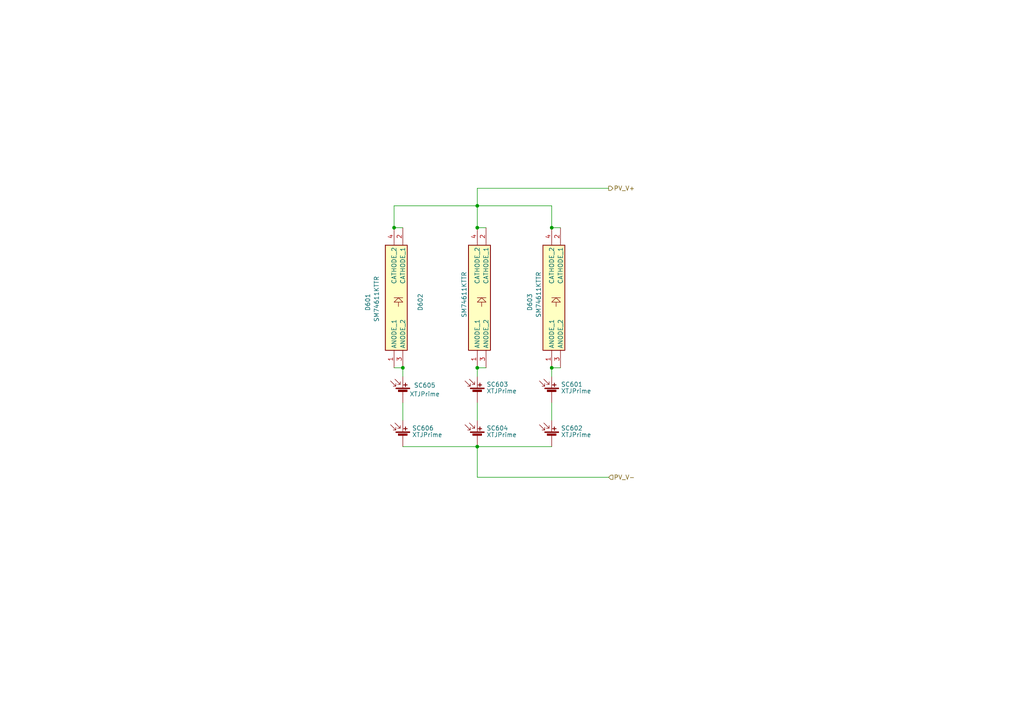
<source format=kicad_sch>
(kicad_sch (version 20230121) (generator eeschema)
  (paper "A4")
  (lib_symbols
    (symbol "Device:Solar_Cell" (pin_numbers hide) (pin_names (offset 0) hide)
      (property "Reference" "SC" (at 2.54 2.54 0))
      (property "Value" "Solar_Cell" (at 2.54 0 0))
      (symbol "Solar_Cell_0_1"
        (rectangle (start -2.032 1.778) (end 2.032 1.524) (fill (type outline)))
        (rectangle (start -1.3208 1.1938) (end 1.27 0.6858) (fill (type outline)))
        (polyline (pts (xy -2.032 2.286) (xy -3.556 3.81)))
        (polyline (pts (xy -0.762 2.794) (xy -2.286 4.318)))
        (polyline (pts (xy 0 0.762) (xy 0 0)))
        (polyline (pts (xy 0 1.778) (xy 0 2.54)))
        (polyline (pts (xy 0.254 2.667) (xy 1.27 2.667)) (stroke (width 0.254)))
        (polyline (pts (xy 0.762 3.175) (xy 0.762 2.159)) (stroke (width 0.254)))
        (polyline (pts (xy -2.032 3.048) (xy -2.032 2.286) (xy -2.794 2.286)))
        (polyline (pts (xy -0.762 3.556) (xy -0.762 2.794) (xy -1.524 2.794)))
      )
      (symbol "Solar_Cell_1_1"
        (pin passive line (at 0 5.08 270) (length 2.54) (name "+") (number "1"))
        (pin passive line (at 0 -2.54 90) (length 2.54) (name "-") (number "2"))
      )
    )
    (symbol "SamacSys_Parts:SM74611KTTR"
      (property "Reference" "D601" (at 20.32 5.5499 0))
      (property "Value" "SM74611KTTR" (at 20.32 3.6289 0))
      (symbol "SM74611KTTR_0_1"
        (polyline (pts (xy 20.32 0) (xy 20.32 -2.54)))
        (polyline (pts (xy 17.78 -1.27) (xy 19.05 -1.27) (xy 19.05 0) (xy 20.32 -1.27) (xy 19.05 -2.54) (xy 19.05 -1.27)))
      )
      (symbol "SM74611KTTR_1_1"
        (rectangle (start 5.08 2.54) (end 35.56 -3.81) (stroke (width 0.254)) (fill (type background)))
        (pin passive line (at 0 0 0) (length 5.08) (name "ANODE_1") (number "1"))
        (pin passive line (at 40.64 -2.54 180) (length 5.08) (name "CATHODE_1") (number "2"))
        (pin passive line (at 0 -2.54 0) (length 5.08) (name "ANODE_2") (number "3"))
        (pin passive line (at 40.64 0 180) (length 5.08) (name "CATHODE_2") (number "4"))
      )
    )
  )
  (junction (at 138.43 66.04))
  (junction (at 114.3 66.04))
  (junction (at 160.02 106.68))
  (junction (at 138.43 106.68))
  (junction (at 138.43 129.54))
  (junction (at 138.43 59.69))
  (junction (at 160.02 66.04))
  (junction (at 116.84 106.68))
  (wire (pts (xy 116.84 106.68) (xy 116.84 109.22)))
  (wire (pts (xy 160.02 59.69) (xy 160.02 66.04)))
  (wire (pts (xy 138.43 106.68) (xy 138.43 109.22)))
  (wire (pts (xy 138.43 116.84) (xy 138.43 121.92)))
  (wire (pts (xy 114.3 59.69) (xy 138.43 59.69)))
  (wire (pts (xy 138.43 66.04) (xy 140.97 66.04)))
  (wire (pts (xy 138.43 138.43) (xy 176.53 138.43)))
  (wire (pts (xy 138.43 106.68) (xy 140.97 106.68)))
  (wire (pts (xy 138.43 59.69) (xy 138.43 66.04)))
  (wire (pts (xy 138.43 129.54) (xy 160.02 129.54)))
  (wire (pts (xy 160.02 116.84) (xy 160.02 121.92)))
  (wire (pts (xy 138.43 59.69) (xy 138.43 54.61)))
  (wire (pts (xy 138.43 129.54) (xy 138.43 138.43)))
  (wire (pts (xy 138.43 54.61) (xy 176.53 54.61)))
  (wire (pts (xy 114.3 66.04) (xy 114.3 59.69)))
  (wire (pts (xy 114.3 66.04) (xy 116.84 66.04)))
  (wire (pts (xy 114.3 106.68) (xy 116.84 106.68)))
  (wire (pts (xy 116.84 129.54) (xy 138.43 129.54)))
  (wire (pts (xy 160.02 106.68) (xy 162.56 106.68)))
  (wire (pts (xy 116.84 116.84) (xy 116.84 121.92)))
  (wire (pts (xy 160.02 106.68) (xy 160.02 109.22)))
  (wire (pts (xy 160.02 66.04) (xy 162.56 66.04)))
  (wire (pts (xy 138.43 59.69) (xy 160.02 59.69)))
  (hierarchical_label "PV_V+" (shape output) (at 176.53 54.61 0))
  (hierarchical_label "PV_V-" (shape input) (at 176.53 138.43 0))
  (symbol (lib_id "SamacSys_Parts:SM74611KTTR") (at 114.3 106.68 90) (unit 1)
    (property "Reference" "D601" (at 106.68 85.09 0) (effects (justify right)))
    (property "Value" "SM74611KTTR" (at 109.22 80.01 0) (effects (justify right)))
    (property "Footprint" "TO254P1524X483-4N" (effects hide))
    (property "Datasheet" "http://www.ti.com/lit/ds/symlink/sm74611.pdf" (effects hide))
    (property "Height" "4.83" (effects hide))
    (property "Manufacturer_Name" "Texas Instruments" (effects hide))
    (property "Manufacturer_Part_Number" "SM74611KTTR" (effects hide))
    (property "Mouser Part Number" "595-SM74611KTTR" (effects hide))
    (property "Mouser Price/Stock" "https://www.mouser.co.uk/ProductDetail/Texas-Instruments/SM74611KTTR?qs=KLh5H0KA3CMOyzy9HDzESA%3D%3D" (effects hide))
    (property "Arrow Part Number" "SM74611KTTR" (effects hide))
    (property "Arrow Price/Stock" "https://www.arrow.com/en/products/sm74611kttr/texas-instruments?region=nac" (effects hide))
  )
  (symbol (lib_id "Device:Solar_Cell") (at 138.43 114.3 0) (unit 1)
    (property "Reference" "SC603" (at 141.097 111.4973 0) (effects (justify left)))
    (property "Value" "XTJPrime" (at 141.097 113.4183 0) (effects (justify left)))
  )
  (symbol (lib_id "Device:Solar_Cell") (at 160.02 127 0) (unit 1)
    (property "Reference" "SC602" (at 162.687 124.1973 0) (effects (justify left)))
    (property "Value" "XTJPrime" (at 162.687 126.1183 0) (effects (justify left)))
  )
  (symbol (lib_id "Device:Solar_Cell") (at 160.02 114.3 0) (unit 1)
    (property "Reference" "SC601" (at 162.687 111.4973 0) (effects (justify left)))
    (property "Value" "XTJPrime" (at 162.687 113.4183 0) (effects (justify left)))
  )
  (symbol (lib_id "Device:Solar_Cell") (at 138.43 127 0) (unit 1)
    (property "Reference" "SC604" (at 141.097 124.1973 0) (effects (justify left)))
    (property "Value" "XTJPrime" (at 141.097 126.1183 0) (effects (justify left)))
  )
  (symbol (lib_id "SamacSys_Parts:SM74611KTTR") (at 160.02 106.68 90) (unit 1)
    (property "Reference" "D603" (at 153.67 85.09 0) (effects (justify right)))
    (property "Value" "SM74611KTTR" (at 156.21 78.74 0) (effects (justify right)))
    (property "Footprint" "TO254P1524X483-4N" (effects hide))
    (property "Datasheet" "http://www.ti.com/lit/ds/symlink/sm74611.pdf" (effects hide))
    (property "Height" "4.83" (effects hide))
    (property "Manufacturer_Name" "Texas Instruments" (effects hide))
    (property "Manufacturer_Part_Number" "SM74611KTTR" (effects hide))
    (property "Mouser Part Number" "595-SM74611KTTR" (effects hide))
    (property "Mouser Price/Stock" "https://www.mouser.co.uk/ProductDetail/Texas-Instruments/SM74611KTTR?qs=KLh5H0KA3CMOyzy9HDzESA%3D%3D" (effects hide))
    (property "Arrow Part Number" "SM74611KTTR" (effects hide))
    (property "Arrow Price/Stock" "https://www.arrow.com/en/products/sm74611kttr/texas-instruments?region=nac" (effects hide))
  )
  (symbol (lib_id "Device:Solar_Cell") (at 116.84 127 0) (unit 1)
    (property "Reference" "SC606" (at 119.507 124.1973 0) (effects (justify left)))
    (property "Value" "XTJPrime" (at 119.507 126.1183 0) (effects (justify left)))
  )
  (symbol (lib_id "Device:Solar_Cell") (at 116.84 114.3 0) (unit 1)
    (property "Reference" "SC605" (at 123.19 111.76 0))
    (property "Value" "XTJPrime" (at 123.19 114.3 0))
  )
  (symbol (lib_id "SamacSys_Parts:SM74611KTTR") (at 138.43 106.68 90) (unit 1)
    (property "Reference" "D602" (at 121.92 85.09 0) (effects (justify right)))
    (property "Value" "SM74611KTTR" (at 134.62 78.74 0) (effects (justify right)))
    (property "Footprint" "TO254P1524X483-4N" (effects hide))
    (property "Datasheet" "http://www.ti.com/lit/ds/symlink/sm74611.pdf" (effects hide))
    (property "Height" "4.83" (effects hide))
    (property "Manufacturer_Name" "Texas Instruments" (effects hide))
    (property "Manufacturer_Part_Number" "SM74611KTTR" (effects hide))
    (property "Mouser Part Number" "595-SM74611KTTR" (effects hide))
    (property "Mouser Price/Stock" "https://www.mouser.co.uk/ProductDetail/Texas-Instruments/SM74611KTTR?qs=KLh5H0KA3CMOyzy9HDzESA%3D%3D" (effects hide))
    (property "Arrow Part Number" "SM74611KTTR" (effects hide))
    (property "Arrow Price/Stock" "https://www.arrow.com/en/products/sm74611kttr/texas-instruments?region=nac" (effects hide))
  )
)
</source>
